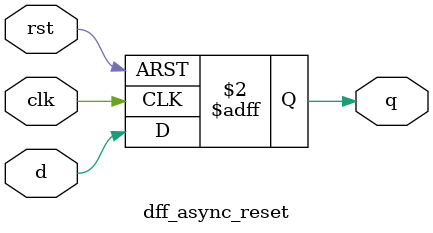
<source format=v>
module dff_async_reset (
    input wire clk,       // Clock input
    input wire rst,       // Asynchronous reset
    input wire d,         // Data input
    output reg q          // Output
);

always @(posedge clk or posedge rst) begin
    if (rst)              // Reset condition checked immediately
        q <= 1'b0;        // Reset output asynchronously
    else
        q <= d;           // Otherwise, capture data at clock edge
end

endmodule

</source>
